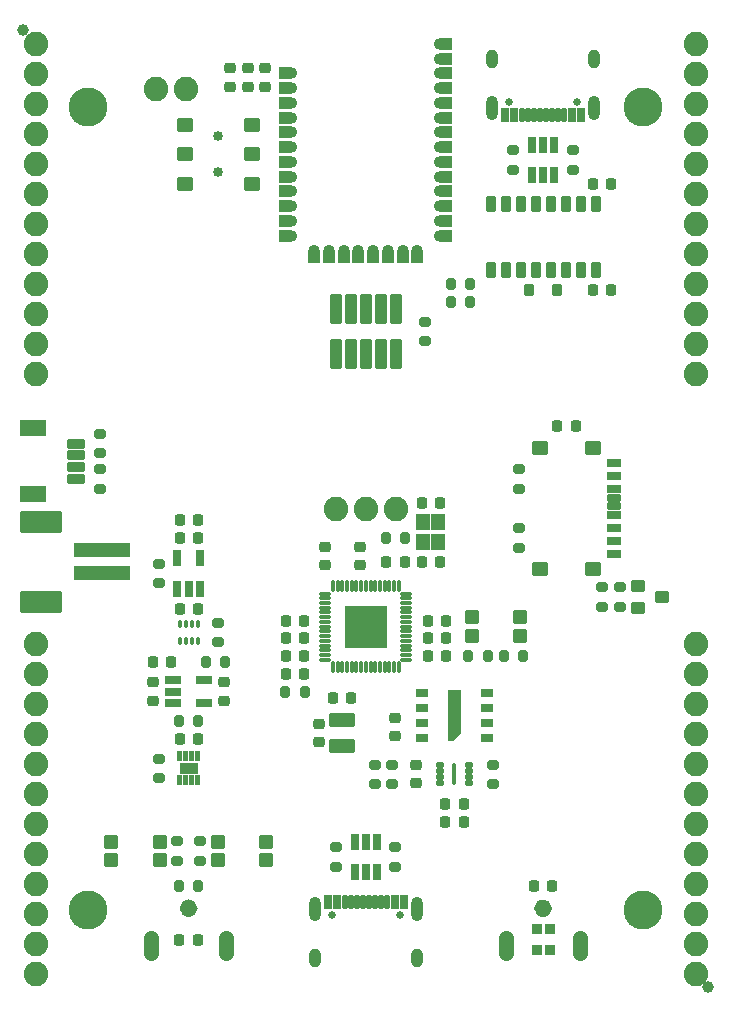
<source format=gts>
%TF.GenerationSoftware,KiCad,Pcbnew,8.0.3*%
%TF.CreationDate,2024-07-24T15:17:42-06:00*%
%TF.ProjectId,SparkFun_IoT_Node_LoRaWAN,53706172-6b46-4756-9e5f-496f545f4e6f,v02*%
%TF.SameCoordinates,Original*%
%TF.FileFunction,Soldermask,Top*%
%TF.FilePolarity,Negative*%
%FSLAX46Y46*%
G04 Gerber Fmt 4.6, Leading zero omitted, Abs format (unit mm)*
G04 Created by KiCad (PCBNEW 8.0.3) date 2024-07-24 15:17:42*
%MOMM*%
%LPD*%
G01*
G04 APERTURE LIST*
G04 Aperture macros list*
%AMRoundRect*
0 Rectangle with rounded corners*
0 $1 Rounding radius*
0 $2 $3 $4 $5 $6 $7 $8 $9 X,Y pos of 4 corners*
0 Add a 4 corners polygon primitive as box body*
4,1,4,$2,$3,$4,$5,$6,$7,$8,$9,$2,$3,0*
0 Add four circle primitives for the rounded corners*
1,1,$1+$1,$2,$3*
1,1,$1+$1,$4,$5*
1,1,$1+$1,$6,$7*
1,1,$1+$1,$8,$9*
0 Add four rect primitives between the rounded corners*
20,1,$1+$1,$2,$3,$4,$5,0*
20,1,$1+$1,$4,$5,$6,$7,0*
20,1,$1+$1,$6,$7,$8,$9,0*
20,1,$1+$1,$8,$9,$2,$3,0*%
%AMFreePoly0*
4,1,29,0.312822,0.469384,0.442609,0.448828,0.457487,0.443994,0.574570,0.384337,0.587225,0.375142,0.680142,0.282225,0.689337,0.269570,0.748994,0.152487,0.753828,0.137609,0.774384,0.007822,0.774384,-0.007822,0.753828,-0.137609,0.748994,-0.152487,0.689337,-0.269570,0.680142,-0.282225,0.587225,-0.375142,0.574570,-0.384337,0.457487,-0.443994,0.442609,-0.448828,0.312822,-0.469384,
0.305000,-0.470000,-0.725000,-0.470000,-0.760355,-0.455355,-0.775000,-0.420000,-0.775000,0.420000,-0.760355,0.455355,-0.725000,0.470000,0.305000,0.470000,0.312822,0.469384,0.312822,0.469384,$1*%
G04 Aperture macros list end*
%ADD10C,1.250000*%
%ADD11C,0.800000*%
%ADD12C,0.000000*%
%ADD13C,3.302000*%
%ADD14RoundRect,0.101600X-0.425000X0.250000X-0.425000X-0.250000X0.425000X-0.250000X0.425000X0.250000X0*%
%ADD15RoundRect,0.225000X0.225000X0.250000X-0.225000X0.250000X-0.225000X-0.250000X0.225000X-0.250000X0*%
%ADD16RoundRect,0.050000X1.750000X1.750000X-1.750000X1.750000X-1.750000X-1.750000X1.750000X-1.750000X0*%
%ADD17RoundRect,0.060000X0.090000X-0.427500X0.090000X0.427500X-0.090000X0.427500X-0.090000X-0.427500X0*%
%ADD18RoundRect,0.060000X-0.090000X0.427500X-0.090000X-0.427500X0.090000X-0.427500X0.090000X0.427500X0*%
%ADD19RoundRect,0.060000X0.427500X0.090000X-0.427500X0.090000X-0.427500X-0.090000X0.427500X-0.090000X0*%
%ADD20RoundRect,0.060000X-0.427500X-0.090000X0.427500X-0.090000X0.427500X0.090000X-0.427500X0.090000X0*%
%ADD21RoundRect,0.200000X-0.275000X0.200000X-0.275000X-0.200000X0.275000X-0.200000X0.275000X0.200000X0*%
%ADD22RoundRect,0.225000X0.250000X-0.225000X0.250000X0.225000X-0.250000X0.225000X-0.250000X-0.225000X0*%
%ADD23RoundRect,0.225000X-0.225000X-0.250000X0.225000X-0.250000X0.225000X0.250000X-0.225000X0.250000X0*%
%ADD24RoundRect,0.101600X-0.600000X0.275000X-0.600000X-0.275000X0.600000X-0.275000X0.600000X0.275000X0*%
%ADD25RoundRect,0.200000X-0.200000X-0.275000X0.200000X-0.275000X0.200000X0.275000X-0.200000X0.275000X0*%
%ADD26RoundRect,0.225000X-0.250000X0.225000X-0.250000X-0.225000X0.250000X-0.225000X0.250000X0.225000X0*%
%ADD27RoundRect,0.200000X0.275000X-0.200000X0.275000X0.200000X-0.275000X0.200000X-0.275000X-0.200000X0*%
%ADD28RoundRect,0.101600X0.450000X0.500000X-0.450000X0.500000X-0.450000X-0.500000X0.450000X-0.500000X0*%
%ADD29RoundRect,0.200000X0.200000X0.275000X-0.200000X0.275000X-0.200000X-0.275000X0.200000X-0.275000X0*%
%ADD30C,1.000000*%
%ADD31RoundRect,0.101600X-0.500000X0.600000X-0.500000X-0.600000X0.500000X-0.600000X0.500000X0.600000X0*%
%ADD32C,2.082800*%
%ADD33FreePoly0,180.000000*%
%ADD34FreePoly0,90.000000*%
%ADD35FreePoly0,0.000000*%
%ADD36RoundRect,0.101600X-0.450000X0.400000X-0.450000X-0.400000X0.450000X-0.400000X0.450000X0.400000X0*%
%ADD37RoundRect,0.250000X0.850000X-0.375000X0.850000X0.375000X-0.850000X0.375000X-0.850000X-0.375000X0*%
%ADD38RoundRect,0.101600X-0.275000X-0.600000X0.275000X-0.600000X0.275000X0.600000X-0.275000X0.600000X0*%
%ADD39RoundRect,0.050000X0.100000X-0.285000X0.100000X0.285000X-0.100000X0.285000X-0.100000X-0.285000X0*%
%ADD40RoundRect,0.101600X0.300000X0.600000X-0.300000X0.600000X-0.300000X-0.600000X0.300000X-0.600000X0*%
%ADD41RoundRect,0.101600X0.200000X0.125000X-0.200000X0.125000X-0.200000X-0.125000X0.200000X-0.125000X0*%
%ADD42RoundRect,0.101600X0.100000X0.800000X-0.100000X0.800000X-0.100000X-0.800000X0.100000X-0.800000X0*%
%ADD43C,0.850000*%
%ADD44RoundRect,0.101600X0.575000X-0.500000X0.575000X0.500000X-0.575000X0.500000X-0.575000X-0.500000X0*%
%ADD45RoundRect,0.101600X-0.450000X-0.500000X0.450000X-0.500000X0.450000X0.500000X-0.450000X0.500000X0*%
%ADD46RoundRect,0.101600X-0.500000X0.250000X-0.500000X-0.250000X0.500000X-0.250000X0.500000X0.250000X0*%
%ADD47RoundRect,0.095000X-0.500000X0.250000X-0.500000X-0.250000X0.500000X-0.250000X0.500000X0.250000X0*%
%ADD48RoundRect,0.101600X-0.600000X0.475000X-0.600000X-0.475000X0.600000X-0.475000X0.600000X0.475000X0*%
%ADD49RoundRect,0.101600X-0.370000X-1.190000X0.370000X-1.190000X0.370000X1.190000X-0.370000X1.190000X0*%
%ADD50C,0.650000*%
%ADD51RoundRect,0.070000X0.150000X0.500000X-0.150000X0.500000X-0.150000X-0.500000X0.150000X-0.500000X0*%
%ADD52RoundRect,0.070000X-0.150000X-0.500000X0.150000X-0.500000X0.150000X0.500000X-0.150000X0.500000X0*%
%ADD53RoundRect,0.070000X0.300000X0.500000X-0.300000X0.500000X-0.300000X-0.500000X0.300000X-0.500000X0*%
%ADD54RoundRect,0.070000X-0.300000X-0.500000X0.300000X-0.500000X0.300000X0.500000X-0.300000X0.500000X0*%
%ADD55O,1.000000X1.600000*%
%ADD56O,1.000000X2.100000*%
%ADD57RoundRect,0.101600X-0.675000X0.300000X-0.675000X-0.300000X0.675000X-0.300000X0.675000X0.300000X0*%
%ADD58RoundRect,0.101600X-1.000000X0.600000X-1.000000X-0.600000X1.000000X-0.600000X1.000000X0.600000X0*%
%ADD59RoundRect,0.101600X2.300000X-0.500000X2.300000X0.500000X-2.300000X0.500000X-2.300000X-0.500000X0*%
%ADD60RoundRect,0.101600X1.700000X0.800000X-1.700000X0.800000X-1.700000X-0.800000X1.700000X-0.800000X0*%
%ADD61RoundRect,0.101600X-0.315000X-0.415000X0.315000X-0.415000X0.315000X0.415000X-0.315000X0.415000X0*%
%ADD62RoundRect,0.101600X0.275000X0.600000X-0.275000X0.600000X-0.275000X-0.600000X0.275000X-0.600000X0*%
%ADD63RoundRect,0.218750X0.218750X0.256250X-0.218750X0.256250X-0.218750X-0.256250X0.218750X-0.256250X0*%
%ADD64RoundRect,0.101600X-0.350000X0.350000X-0.350000X-0.350000X0.350000X-0.350000X0.350000X0.350000X0*%
G04 APERTURE END LIST*
D10*
%TO.C,REF\u002A\u002A*%
X-11850000Y-36400000D02*
X-11850000Y-37600000D01*
X-18150000Y-36400000D02*
X-18150000Y-37600000D01*
D11*
X-14625000Y-33850000D02*
G75*
G02*
X-15375000Y-33850000I-375000J0D01*
G01*
X-15375000Y-33850000D02*
G75*
G02*
X-14625000Y-33850000I375000J0D01*
G01*
D10*
X18150000Y-36400000D02*
X18150000Y-37600000D01*
X11850000Y-36400000D02*
X11850000Y-37600000D01*
D11*
X15375000Y-33850000D02*
G75*
G02*
X14625000Y-33850000I-375000J0D01*
G01*
X14625000Y-33850000D02*
G75*
G02*
X15375000Y-33850000I375000J0D01*
G01*
D12*
%TO.C,U2*%
G36*
X8055000Y-18985355D02*
G01*
X7390355Y-19650000D01*
X6945000Y-19650000D01*
X6945000Y-15375000D01*
X8055000Y-15375000D01*
X8055000Y-18985355D01*
G37*
%TO.C,U9*%
G36*
X-15530000Y-21410000D02*
G01*
X-15970000Y-21410000D01*
X-15970000Y-20570000D01*
X-15530000Y-20570000D01*
X-15530000Y-21410000D01*
G37*
G36*
X-15530000Y-23410000D02*
G01*
X-15970000Y-23410000D01*
X-15970000Y-22570000D01*
X-15530000Y-22570000D01*
X-15530000Y-23410000D01*
G37*
G36*
X-15030000Y-21410000D02*
G01*
X-15470000Y-21410000D01*
X-15470000Y-20570000D01*
X-15030000Y-20570000D01*
X-15030000Y-21410000D01*
G37*
G36*
X-15030000Y-23410000D02*
G01*
X-15470000Y-23410000D01*
X-15470000Y-22570000D01*
X-15030000Y-22570000D01*
X-15030000Y-23410000D01*
G37*
G36*
X-14530000Y-21410000D02*
G01*
X-14970000Y-21410000D01*
X-14970000Y-20570000D01*
X-14530000Y-20570000D01*
X-14530000Y-21410000D01*
G37*
G36*
X-14530000Y-23410000D02*
G01*
X-14970000Y-23410000D01*
X-14970000Y-22570000D01*
X-14530000Y-22570000D01*
X-14530000Y-23410000D01*
G37*
G36*
X-14240000Y-22470000D02*
G01*
X-15760000Y-22470000D01*
X-15760000Y-21530000D01*
X-14240000Y-21530000D01*
X-14240000Y-22470000D01*
G37*
G36*
X-14030000Y-21410000D02*
G01*
X-14470000Y-21410000D01*
X-14470000Y-20570000D01*
X-14030000Y-20570000D01*
X-14030000Y-21410000D01*
G37*
G36*
X-14030000Y-23410000D02*
G01*
X-14470000Y-23410000D01*
X-14470000Y-22570000D01*
X-14030000Y-22570000D01*
X-14030000Y-23410000D01*
G37*
%TD*%
D13*
%TO.C,ST2*%
X23500000Y-34000000D03*
%TD*%
%TO.C,ST4*%
X-23500000Y34000000D03*
%TD*%
%TO.C,ST1*%
X-23500000Y-34000000D03*
%TD*%
%TO.C,ST3*%
X23500000Y34000000D03*
%TD*%
D14*
%TO.C,U2*%
X4725000Y-19405000D03*
X4725000Y-18135000D03*
X4725000Y-16865000D03*
X4725000Y-15595000D03*
X10275000Y-15595000D03*
X10275000Y-16865000D03*
X10275000Y-18135000D03*
X10275000Y-19405000D03*
%TD*%
D15*
%TO.C,C2*%
X6275000Y-4500000D03*
X4725000Y-4500000D03*
%TD*%
D16*
%TO.C,U1*%
X0Y-10000000D03*
D17*
X2800000Y-13436500D03*
X2400000Y-13436500D03*
X2000000Y-13436500D03*
X1600000Y-13436500D03*
X1200000Y-13436500D03*
D18*
X800000Y-13436500D03*
X400000Y-13436500D03*
X0Y-13436500D03*
X-400000Y-13436500D03*
X-800000Y-13436500D03*
X-1200000Y-13436500D03*
D17*
X-1600000Y-13436500D03*
D18*
X-2000000Y-13436500D03*
X-2400000Y-13436500D03*
X-2800000Y-13436500D03*
D19*
X-3436500Y-12800000D03*
X-3436500Y-12400000D03*
X-3436500Y-12000000D03*
D20*
X-3436500Y-11600000D03*
D19*
X-3436500Y-11200000D03*
X-3436500Y-10800000D03*
X-3436500Y-10400000D03*
X-3436500Y-10000000D03*
X-3436500Y-9600000D03*
X-3436500Y-9200000D03*
D20*
X-3436500Y-8800000D03*
D19*
X-3436500Y-8400000D03*
X-3436500Y-8000000D03*
X-3436500Y-7600000D03*
X-3436500Y-7200000D03*
D17*
X-2800000Y-6563500D03*
X-2400000Y-6563500D03*
D18*
X-2000000Y-6563500D03*
D17*
X-1600000Y-6563500D03*
X-1200000Y-6563500D03*
X-800000Y-6563500D03*
X-400000Y-6563500D03*
X0Y-6563500D03*
X400000Y-6563500D03*
D18*
X800000Y-6563500D03*
D17*
X1200000Y-6563500D03*
X1600000Y-6563500D03*
X2000000Y-6563500D03*
X2400000Y-6563500D03*
X2800000Y-6563500D03*
D20*
X3436500Y-7200000D03*
D19*
X3436500Y-7600000D03*
D20*
X3436500Y-8000000D03*
X3436500Y-8400000D03*
X3436500Y-8800000D03*
X3436500Y-9200000D03*
X3436500Y-9600000D03*
X3436500Y-10000000D03*
D19*
X3436500Y-10400000D03*
D20*
X3436500Y-10800000D03*
X3436500Y-11200000D03*
X3436500Y-11600000D03*
X3436500Y-12000000D03*
X3436500Y-12400000D03*
X3436500Y-12800000D03*
%TD*%
D21*
%TO.C,R24*%
X13000000Y3325000D03*
X13000000Y1675000D03*
%TD*%
D22*
%TO.C,C29*%
X-18000000Y-16275000D03*
X-18000000Y-14725000D03*
%TD*%
D23*
%TO.C,C21*%
X19225000Y27500000D03*
X20775000Y27500000D03*
%TD*%
D24*
%TO.C,U8*%
X-16300100Y-14550000D03*
X-16300100Y-15500000D03*
X-16300100Y-16450000D03*
X-13699900Y-16450000D03*
X-13699900Y-14550000D03*
%TD*%
D25*
%TO.C,R7*%
X8675000Y-12500000D03*
X10325000Y-12500000D03*
%TD*%
D15*
%TO.C,C13*%
X-5225000Y-11000000D03*
X-6775000Y-11000000D03*
%TD*%
%TO.C,C5*%
X6275000Y500000D03*
X4725000Y500000D03*
%TD*%
D22*
%TO.C,C8*%
X-3500000Y-4775000D03*
X-3500000Y-3225000D03*
%TD*%
D26*
%TO.C,C17*%
X4250000Y-21725000D03*
X4250000Y-23275000D03*
%TD*%
D27*
%TO.C,R18*%
X20000000Y-8325000D03*
X20000000Y-6675000D03*
%TD*%
D21*
%TO.C,R6*%
X750000Y-21675000D03*
X750000Y-23325000D03*
%TD*%
D28*
%TO.C,SW2*%
X-12550000Y-28200000D03*
X-8450000Y-28200000D03*
X-12550000Y-29800000D03*
X-8450000Y-29800000D03*
%TD*%
D22*
%TO.C,C23*%
X-8500000Y35725000D03*
X-8500000Y37275000D03*
%TD*%
D29*
%TO.C,R1*%
X-5175000Y-15500000D03*
X-6825000Y-15500000D03*
%TD*%
D21*
%TO.C,R16*%
X-17500000Y-4675000D03*
X-17500000Y-6325000D03*
%TD*%
D30*
%TO.C,FID4*%
X29000000Y-40500000D03*
%TD*%
D22*
%TO.C,C20*%
X-11500000Y35725000D03*
X-11500000Y37275000D03*
%TD*%
D30*
%TO.C,FID1*%
X-29000000Y40500000D03*
%TD*%
D27*
%TO.C,R8*%
X10750000Y-23325000D03*
X10750000Y-21675000D03*
%TD*%
D29*
%TO.C,R9*%
X13325000Y-12500000D03*
X11675000Y-12500000D03*
%TD*%
D15*
%TO.C,C1*%
X-5225000Y-12500000D03*
X-6775000Y-12500000D03*
%TD*%
D21*
%TO.C,R28*%
X-17500000Y-21175000D03*
X-17500000Y-22825000D03*
%TD*%
%TO.C,R11*%
X12500000Y30325000D03*
X12500000Y28675000D03*
%TD*%
D26*
%TO.C,C3*%
X2500000Y-17725000D03*
X2500000Y-19275000D03*
%TD*%
D25*
%TO.C,R14*%
X8825000Y17500000D03*
X7175000Y17500000D03*
%TD*%
D31*
%TO.C,Y1*%
X4850000Y-1150000D03*
X4850000Y-2850000D03*
X6150000Y-2850000D03*
X6150000Y-1150000D03*
%TD*%
D15*
%TO.C,C4*%
X-5225000Y-14000000D03*
X-6775000Y-14000000D03*
%TD*%
%TO.C,C30*%
X17775000Y7000000D03*
X16225000Y7000000D03*
%TD*%
D23*
%TO.C,C24*%
X-15775000Y-8500000D03*
X-14225000Y-8500000D03*
%TD*%
D32*
%TO.C,J8*%
X27940000Y11430000D03*
X27940000Y13970000D03*
X27940000Y16510000D03*
X27940000Y19050000D03*
X27940000Y21590000D03*
X27940000Y24130000D03*
X27940000Y26670000D03*
X27940000Y29210000D03*
X27940000Y31750000D03*
X27940000Y34290000D03*
X27940000Y36830000D03*
X27940000Y39370000D03*
%TD*%
D23*
%TO.C,C16*%
X6725000Y-26500000D03*
X8275000Y-26500000D03*
%TD*%
D27*
%TO.C,R17*%
X21500000Y-8325000D03*
X21500000Y-6675000D03*
%TD*%
D23*
%TO.C,C11*%
X5225000Y-11000000D03*
X6775000Y-11000000D03*
%TD*%
D22*
%TO.C,C28*%
X-12000000Y-16275000D03*
X-12000000Y-14725000D03*
%TD*%
D21*
%TO.C,R12*%
X17500000Y30325000D03*
X17500000Y28675000D03*
%TD*%
D27*
%TO.C,R22*%
X-14000000Y-29825000D03*
X-14000000Y-28175000D03*
%TD*%
%TO.C,R10*%
X5000000Y14175000D03*
X5000000Y15825000D03*
%TD*%
D28*
%TO.C,SW3*%
X-17450000Y-29800000D03*
X-21550000Y-29800000D03*
X-17450000Y-28200000D03*
X-21550000Y-28200000D03*
%TD*%
D29*
%TO.C,R13*%
X7175000Y19000000D03*
X8825000Y19000000D03*
%TD*%
D25*
%TO.C,R21*%
X-13575000Y-13000000D03*
X-11925000Y-13000000D03*
%TD*%
D27*
%TO.C,R3*%
X2500000Y-30325000D03*
X2500000Y-28675000D03*
%TD*%
D23*
%TO.C,C18*%
X6725000Y-25000000D03*
X8275000Y-25000000D03*
%TD*%
%TO.C,C27*%
X14225000Y-32000000D03*
X15775000Y-32000000D03*
%TD*%
D22*
%TO.C,C15*%
X-4000000Y-19775000D03*
X-4000000Y-18225000D03*
%TD*%
D33*
%TO.C,U4*%
X6550000Y39350000D03*
X6550000Y38100000D03*
X6550000Y36850000D03*
X6550000Y35600000D03*
X6550000Y34350000D03*
X6550000Y33100000D03*
X6550000Y31850000D03*
X6550000Y30600000D03*
X6550000Y29350000D03*
X6550000Y28100000D03*
X6550000Y26850000D03*
X6550000Y25600000D03*
X6550000Y24350000D03*
X6550000Y23100000D03*
D34*
X4370000Y21570000D03*
X3120000Y21570000D03*
X1870000Y21570000D03*
X620000Y21570000D03*
X-630000Y21570000D03*
X-1880000Y21570000D03*
X-3130000Y21570000D03*
X-4380000Y21570000D03*
D35*
X-6550000Y23100000D03*
X-6550000Y24350000D03*
X-6550000Y25600000D03*
X-6550000Y26850000D03*
X-6550000Y28100000D03*
X-6550000Y29350000D03*
X-6550000Y30600000D03*
X-6550000Y31850000D03*
X-6550000Y33100000D03*
X-6550000Y34350000D03*
X-6550000Y35600000D03*
X-6550000Y36850000D03*
%TD*%
D27*
%TO.C,R27*%
X-22500000Y1675000D03*
X-22500000Y3325000D03*
%TD*%
D23*
%TO.C,C26*%
X-14225000Y-1000000D03*
X-15775000Y-1000000D03*
%TD*%
D36*
%TO.C,Q1*%
X25100000Y-7500000D03*
X23000000Y-8450000D03*
X23000000Y-6550000D03*
%TD*%
D21*
%TO.C,R26*%
X-22500000Y6325000D03*
X-22500000Y4675000D03*
%TD*%
D22*
%TO.C,C9*%
X-500000Y-4775000D03*
X-500000Y-3225000D03*
%TD*%
D25*
%TO.C,R2*%
X1675000Y-2500000D03*
X3325000Y-2500000D03*
%TD*%
D15*
%TO.C,C14*%
X-1225000Y-16000000D03*
X-2775000Y-16000000D03*
%TD*%
%TO.C,C6*%
X-5225000Y-9500000D03*
X-6775000Y-9500000D03*
%TD*%
D23*
%TO.C,C19*%
X19225000Y18500000D03*
X20775000Y18500000D03*
%TD*%
D29*
%TO.C,R19*%
X-14175000Y-18000000D03*
X-15825000Y-18000000D03*
%TD*%
%TO.C,R20*%
X-14175000Y-32000000D03*
X-15825000Y-32000000D03*
%TD*%
D23*
%TO.C,C25*%
X-15775000Y-2500000D03*
X-14225000Y-2500000D03*
%TD*%
D21*
%TO.C,R5*%
X2250000Y-21675000D03*
X2250000Y-23325000D03*
%TD*%
D22*
%TO.C,C22*%
X-10000000Y35725000D03*
X-10000000Y37275000D03*
%TD*%
D37*
%TO.C,L1*%
X-2000000Y-17925000D03*
X-2000000Y-20075000D03*
%TD*%
D27*
%TO.C,R4*%
X-2500000Y-30325000D03*
X-2500000Y-28675000D03*
%TD*%
%TO.C,R15*%
X-12500000Y-11325000D03*
X-12500000Y-9675000D03*
%TD*%
D23*
%TO.C,C12*%
X1725000Y-4500000D03*
X3275000Y-4500000D03*
%TD*%
%TO.C,C7*%
X5225000Y-9500000D03*
X6775000Y-9500000D03*
%TD*%
%TO.C,C10*%
X5225000Y-12500000D03*
X6775000Y-12500000D03*
%TD*%
D32*
%TO.C,J6*%
X-27940000Y39370000D03*
X-27940000Y36830000D03*
X-27940000Y34290000D03*
X-27940000Y31750000D03*
X-27940000Y29210000D03*
X-27940000Y26670000D03*
X-27940000Y24130000D03*
X-27940000Y21590000D03*
X-27940000Y19050000D03*
X-27940000Y16510000D03*
X-27940000Y13970000D03*
X-27940000Y11430000D03*
%TD*%
D21*
%TO.C,R23*%
X13000000Y-1675000D03*
X13000000Y-3325000D03*
%TD*%
D23*
%TO.C,C31*%
X-15775000Y-19500000D03*
X-14225000Y-19500000D03*
%TD*%
D27*
%TO.C,R25*%
X-16000000Y-28175000D03*
X-16000000Y-29825000D03*
%TD*%
D38*
%TO.C,U7*%
X-15950000Y-6800100D03*
X-15000000Y-6800100D03*
X-14050000Y-6800100D03*
X-14050000Y-4199900D03*
X-15950000Y-4199900D03*
%TD*%
D39*
%TO.C,U6*%
X-15750000Y-11240000D03*
X-15250000Y-11240000D03*
X-14750000Y-11240000D03*
X-14250000Y-11240000D03*
X-14250000Y-9760000D03*
X-14750000Y-9760000D03*
X-15250000Y-9760000D03*
X-15750000Y-9760000D03*
%TD*%
D40*
%TO.C,U5*%
X19445000Y25800000D03*
X18175000Y25800000D03*
X16905000Y25800000D03*
X15635000Y25800000D03*
X14365000Y25800000D03*
X13095000Y25800000D03*
X11825000Y25800000D03*
X10555000Y25800000D03*
X10555000Y20200000D03*
X11825000Y20200000D03*
X13095000Y20200000D03*
X14365000Y20200000D03*
X15635000Y20200000D03*
X16905000Y20200000D03*
X18175000Y20200000D03*
X19445000Y20200000D03*
%TD*%
D41*
%TO.C,U3*%
X8750000Y-23250000D03*
X8750000Y-22750000D03*
X8750000Y-22250000D03*
X8750000Y-21750000D03*
X6250000Y-21750000D03*
X6250000Y-22250000D03*
X6250000Y-22750000D03*
X6250000Y-23250000D03*
D42*
X7500000Y-22500000D03*
%TD*%
D43*
%TO.C,SW1*%
X-12500000Y31500000D03*
X-12500000Y28500000D03*
D44*
X-15325000Y27500000D03*
X-15325000Y30000000D03*
X-15325000Y32500000D03*
X-9675000Y27500000D03*
X-9675000Y30000000D03*
X-9675000Y32500000D03*
%TD*%
D45*
%TO.C,SW4*%
X8950000Y-9200000D03*
X13050000Y-9200000D03*
X8950000Y-10800000D03*
X13050000Y-10800000D03*
%TD*%
D32*
%TO.C,JP2*%
X-17780000Y35560000D03*
X-15240000Y35560000D03*
%TD*%
%TO.C,J7*%
X27940000Y-11430000D03*
X27940000Y-13970000D03*
X27940000Y-16510000D03*
X27940000Y-19050000D03*
X27940000Y-21590000D03*
X27940000Y-24130000D03*
X27940000Y-26670000D03*
X27940000Y-29210000D03*
X27940000Y-31750000D03*
X27940000Y-34290000D03*
X27940000Y-36830000D03*
X27940000Y-39370000D03*
%TD*%
%TO.C,J5*%
X-27940000Y-11430000D03*
X-27940000Y-13970000D03*
X-27940000Y-16510000D03*
X-27940000Y-19050000D03*
X-27940000Y-21590000D03*
X-27940000Y-24130000D03*
X-27940000Y-26670000D03*
X-27940000Y-29210000D03*
X-27940000Y-31750000D03*
X-27940000Y-34290000D03*
X-27940000Y-36830000D03*
X-27940000Y-39370000D03*
%TD*%
D46*
%TO.C,J10*%
X20975000Y3850000D03*
X20975000Y2750000D03*
X20975000Y1650000D03*
D47*
X20975000Y900000D03*
D46*
X20975000Y-550000D03*
X20975000Y-1650000D03*
X20975000Y-2750000D03*
X20975000Y-3850000D03*
D47*
X20975000Y200000D03*
D48*
X14775000Y-5100000D03*
X19225000Y-5100000D03*
X14775000Y5100000D03*
X19225000Y5100000D03*
%TD*%
D49*
%TO.C,J4*%
X-2540000Y13120000D03*
X-2540000Y16880000D03*
X-1270000Y13120000D03*
X-1270000Y16880000D03*
X0Y13120000D03*
X0Y16880000D03*
X1270000Y13120000D03*
X1270000Y16880000D03*
X2540000Y13120000D03*
X2540000Y16880000D03*
%TD*%
D50*
%TO.C,J1*%
X-2890000Y-34445000D03*
X2890000Y-34445000D03*
D51*
X-1250000Y-33340000D03*
X-250000Y-33340000D03*
D52*
X250000Y-33340000D03*
X1250000Y-33340000D03*
X1750000Y-33340000D03*
X750000Y-33340000D03*
D51*
X-750000Y-33340000D03*
X-1750000Y-33340000D03*
D53*
X-3225000Y-33340000D03*
D54*
X3225000Y-33340000D03*
D55*
X-4318000Y-38095000D03*
D56*
X-4318000Y-33915000D03*
X4318000Y-33915000D03*
D55*
X4318000Y-38095000D03*
D53*
X-2450000Y-33340000D03*
D54*
X2450000Y-33340000D03*
%TD*%
D50*
%TO.C,J3*%
X17890000Y34445000D03*
X12110000Y34445000D03*
D52*
X16250000Y33340000D03*
X15250000Y33340000D03*
D51*
X14750000Y33340000D03*
X13750000Y33340000D03*
X13250000Y33340000D03*
X14250000Y33340000D03*
D52*
X15750000Y33340000D03*
X16750000Y33340000D03*
D54*
X18225000Y33340000D03*
D53*
X11775000Y33340000D03*
D55*
X19318000Y38095000D03*
D56*
X19318000Y33915000D03*
X10682000Y33915000D03*
D55*
X10682000Y38095000D03*
D54*
X17450000Y33340000D03*
D53*
X12550000Y33340000D03*
%TD*%
D57*
%TO.C,J11*%
X-24500000Y5500000D03*
X-24500000Y4500000D03*
X-24500000Y3500000D03*
X-24500000Y2500000D03*
D58*
X-28175000Y1200000D03*
X-28175000Y6800000D03*
%TD*%
D59*
%TO.C,J9*%
X-22300000Y-5500000D03*
X-22300000Y-3500000D03*
D60*
X-27500000Y-7900000D03*
X-27500000Y-1100000D03*
%TD*%
D32*
%TO.C,J2*%
X2540000Y0D03*
X0Y0D03*
X-2540000Y0D03*
%TD*%
D61*
%TO.C,D2*%
X16150000Y18500000D03*
X13850000Y18500000D03*
%TD*%
D62*
%TO.C,D3*%
X15950000Y30800100D03*
X15000000Y30800100D03*
X14050000Y30800100D03*
X14050000Y28199900D03*
X15000000Y28200000D03*
X15950000Y28199900D03*
%TD*%
D38*
%TO.C,D1*%
X-950000Y-30800100D03*
X0Y-30800100D03*
X950000Y-30800100D03*
X950000Y-28199900D03*
X0Y-28200000D03*
X-950000Y-28199900D03*
%TD*%
D63*
%TO.C,D5*%
X-15787500Y-36500000D03*
X-14212500Y-36500000D03*
%TD*%
%TO.C,D6*%
X-16462500Y-13000000D03*
X-18037500Y-13000000D03*
%TD*%
D64*
%TO.C,D4*%
X14450000Y-37415000D03*
X15550000Y-37415000D03*
X15550000Y-35585000D03*
X14450000Y-35585000D03*
%TD*%
M02*

</source>
